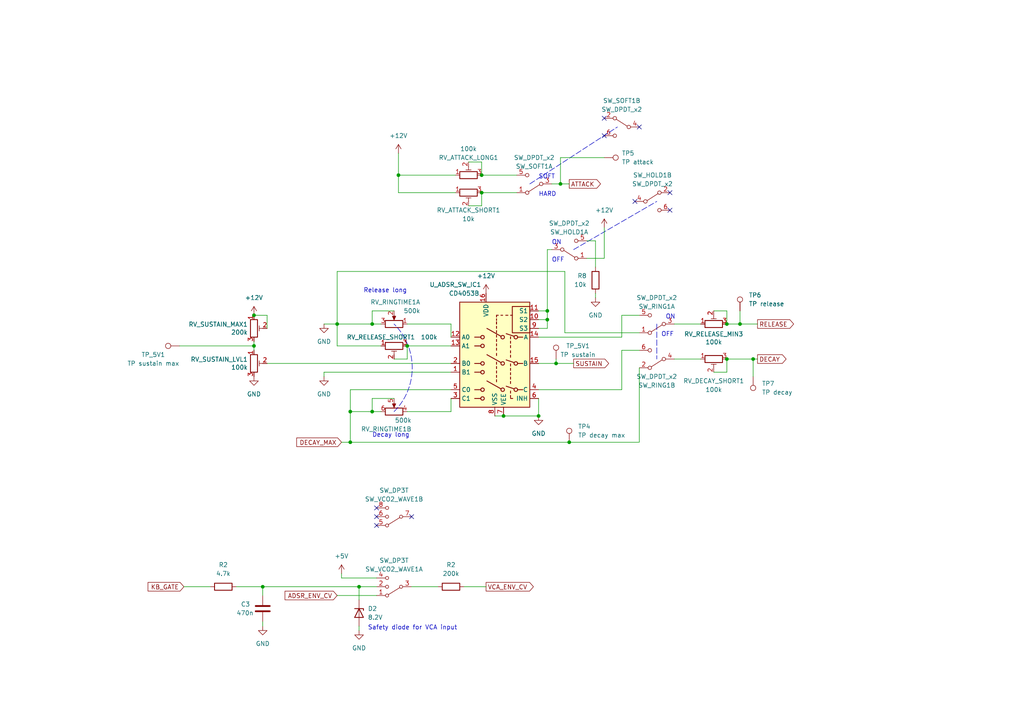
<source format=kicad_sch>
(kicad_sch (version 20231120) (generator "eeschema") (generator_version "8.0")
  (paper "A4")
  (lib_symbols
    (symbol "+12V_1" (power) (pin_names (offset 0))
      (property "Value" "+12V_1" (at 0 3.556 0))
      (symbol "+12V_1_0_1"
        (polyline (pts (xy -0.762 1.27) (xy 0 2.54)))
        (polyline (pts (xy 0 0) (xy 0 2.54)))
        (polyline (pts (xy 0 2.54) (xy 0.762 1.27)))
      )
      (symbol "+12V_1_1_1"
        (pin power_in line (at 0 0 90) (length 0) hide (name "+12V") (number "1"))
      )
    )
    (symbol "+12V_2" (power) (pin_names (offset 0))
      (property "Value" "+12V_2" (at 0 3.556 0))
      (symbol "+12V_2_0_1"
        (polyline (pts (xy -0.762 1.27) (xy 0 2.54)))
        (polyline (pts (xy 0 0) (xy 0 2.54)))
        (polyline (pts (xy 0 2.54) (xy 0.762 1.27)))
      )
      (symbol "+12V_2_1_1"
        (pin power_in line (at 0 0 90) (length 0) hide (name "+12V") (number "1"))
      )
    )
    (symbol "Analog_Switch:CD4053B"
      (property "Reference" "U" (at -10.16 16.51 0))
      (property "Value" "CD4053B" (at 3.81 16.51 0))
      (symbol "CD4053B_0_1"
        (rectangle (start -10.16 6.35) (end -5.08 13.97) (stroke (width 0.254)))
        (rectangle (start -10.16 15.24) (end 10.16 -15.24) (stroke (width 0.254)) (fill (type background)))
        (circle (center -6.096 -10.16) (radius 0.508) (stroke (width 0.254)))
        (circle (center -6.096 -2.54) (radius 0.508) (stroke (width 0.254)))
        (circle (center -6.096 5.08) (radius 0.508) (stroke (width 0.254)))
        (circle (center -2.286 -10.16) (radius 0.508) (stroke (width 0.254)))
        (circle (center -2.286 -2.54) (radius 0.508) (stroke (width 0.254)))
        (circle (center -2.286 5.08) (radius 0.508) (stroke (width 0.254)))
        (polyline (pts (xy -8.128 -10.16) (xy -6.604 -10.16)) (stroke (width 0.254)))
        (polyline (pts (xy -8.128 -2.54) (xy -6.604 -2.54)) (stroke (width 0.254)))
        (polyline (pts (xy -8.128 5.08) (xy -6.604 5.08)) (stroke (width 0.254)))
        (polyline (pts (xy -5.588 -9.906) (xy -3.302 -9.144)) (stroke (width 0.254)))
        (polyline (pts (xy -5.588 -2.286) (xy -3.302 -1.524)) (stroke (width 0.254)))
        (polyline (pts (xy -5.588 5.334) (xy -3.302 6.096)) (stroke (width 0.254)))
        (polyline (pts (xy -4.572 -12.7) (xy -5.207 -12.7)) (stroke (width 0.254)))
        (polyline (pts (xy -4.572 -12.446) (xy -4.572 -11.811)) (stroke (width 0.254)))
        (polyline (pts (xy -4.572 -11.176) (xy -4.572 -10.541)) (stroke (width 0.254)))
        (polyline (pts (xy -4.572 -8.382) (xy -4.572 -7.747)) (stroke (width 0.254)))
        (polyline (pts (xy -4.572 -7.112) (xy -4.572 -6.477)) (stroke (width 0.254)))
        (polyline (pts (xy -4.572 -5.842) (xy -4.572 -5.207)) (stroke (width 0.254)))
        (polyline (pts (xy -4.572 -4.572) (xy -4.572 -3.937)) (stroke (width 0.254)))
        (polyline (pts (xy -4.572 -3.302) (xy -4.572 -2.667)) (stroke (width 0.254)))
        (polyline (pts (xy -4.572 -0.762) (xy -4.572 -0.127)) (stroke (width 0.254)))
        (polyline (pts (xy -4.572 0.508) (xy -4.572 1.143)) (stroke (width 0.254)))
        (polyline (pts (xy -4.572 2.032) (xy -4.572 2.667)) (stroke (width 0.254)))
        (polyline (pts (xy -4.572 3.302) (xy -4.572 3.937)) (stroke (width 0.254)))
        (polyline (pts (xy -4.572 4.572) (xy -4.572 5.207)) (stroke (width 0.254)))
        (polyline (pts (xy -4.572 11.43) (xy -5.08 11.43)) (stroke (width 0.254)))
        (polyline (pts (xy -3.81 11.43) (xy -3.175 11.43)) (stroke (width 0.254)))
        (polyline (pts (xy -1.778 -9.906) (xy 2.286 -7.62)) (stroke (width 0.254)))
        (polyline (pts (xy -1.778 -2.286) (xy 2.286 0)) (stroke (width 0.254)))
        (polyline (pts (xy -1.778 5.334) (xy 2.286 7.62)) (stroke (width 0.254)))
        (polyline (pts (xy -1.778 11.43) (xy -2.286 11.43)) (stroke (width 0.254)))
        (polyline (pts (xy -0.508 -7.874) (xy -0.508 -7.239)) (stroke (width 0.254)))
        (polyline (pts (xy -0.508 -6.604) (xy -0.508 -5.969)) (stroke (width 0.254)))
        (polyline (pts (xy -0.508 -5.334) (xy -0.508 -4.699)) (stroke (width 0.254)))
        (polyline (pts (xy -0.508 -4.064) (xy -0.508 -3.429)) (stroke (width 0.254)))
        (polyline (pts (xy -0.508 -2.794) (xy -0.508 -2.159)) (stroke (width 0.254)))
        (polyline (pts (xy -0.508 -0.254) (xy -0.508 0.381)) (stroke (width 0.254)))
        (polyline (pts (xy -0.508 1.27) (xy -0.508 1.905)) (stroke (width 0.254)))
        (polyline (pts (xy -0.508 2.54) (xy -0.508 3.175)) (stroke (width 0.254)))
        (polyline (pts (xy -0.508 3.81) (xy -0.508 4.445)) (stroke (width 0.254)))
        (polyline (pts (xy -0.508 5.08) (xy -0.508 5.715)) (stroke (width 0.254)))
        (polyline (pts (xy -0.508 6.35) (xy -0.508 6.985)) (stroke (width 0.254)))
        (polyline (pts (xy -0.508 7.62) (xy -0.508 8.255)) (stroke (width 0.254)))
        (polyline (pts (xy -0.508 8.89) (xy -0.508 9.398)) (stroke (width 0.254)))
        (polyline (pts (xy -0.508 8.89) (xy -0.508 9.525)) (stroke (width 0.254)))
        (polyline (pts (xy -0.508 9.906) (xy -0.508 10.414)) (stroke (width 0.254)))
        (polyline (pts (xy -0.508 10.922) (xy -0.508 11.43)) (stroke (width 0.254)))
        (polyline (pts (xy -0.508 11.43) (xy -1.016 11.43)) (stroke (width 0.254)))
        (polyline (pts (xy 4.064 -12.7) (xy 5.842 -12.7)) (stroke (width 0.254)))
        (polyline (pts (xy 4.064 -10.16) (xy 5.842 -10.16)) (stroke (width 0.254)))
        (polyline (pts (xy 4.064 -5.08) (xy 5.842 -5.08)) (stroke (width 0.254)))
        (polyline (pts (xy 4.064 -2.54) (xy 5.842 -2.54)) (stroke (width 0.254)))
        (polyline (pts (xy 4.064 2.54) (xy 5.842 2.54)) (stroke (width 0.254)))
        (polyline (pts (xy 4.064 5.08) (xy 5.842 5.08)) (stroke (width 0.254)))
        (circle (center 3.556 -12.7) (radius 0.508) (stroke (width 0.254)))
        (circle (center 3.556 -10.16) (radius 0.508) (stroke (width 0.254)))
        (circle (center 3.556 -5.08) (radius 0.508) (stroke (width 0.254)))
        (circle (center 3.556 -2.54) (radius 0.508) (stroke (width 0.254)))
        (circle (center 3.556 2.54) (radius 0.508) (stroke (width 0.254)))
        (circle (center 3.556 5.08) (radius 0.508) (stroke (width 0.254)))
      )
      (symbol "CD4053B_1_1"
        (pin bidirectional line (at 12.7 -5.08 180) (length 2.54) (name "B1") (number "1"))
        (pin input line (at -12.7 10.16 0) (length 2.54) (name "S2") (number "10"))
        (pin input line (at -12.7 12.7 0) (length 2.54) (name "S1") (number "11"))
        (pin bidirectional line (at 12.7 5.08 180) (length 2.54) (name "A0") (number "12"))
        (pin bidirectional line (at 12.7 2.54 180) (length 2.54) (name "A1") (number "13"))
        (pin bidirectional line (at -12.7 5.08 0) (length 2.54) (name "A") (number "14"))
        (pin bidirectional line (at -12.7 -2.54 0) (length 2.54) (name "B") (number "15"))
        (pin power_in line (at 2.54 17.78 270) (length 2.54) (name "VDD") (number "16"))
        (pin bidirectional line (at 12.7 -2.54 180) (length 2.54) (name "B0") (number "2"))
        (pin bidirectional line (at 12.7 -12.7 180) (length 2.54) (name "C1") (number "3"))
        (pin bidirectional line (at -12.7 -10.16 0) (length 2.54) (name "C") (number "4"))
        (pin bidirectional line (at 12.7 -10.16 180) (length 2.54) (name "C0") (number "5"))
        (pin input line (at -12.7 -12.7 0) (length 2.54) (name "INH") (number "6"))
        (pin power_in line (at -2.54 -17.78 90) (length 2.54) (name "VEE") (number "7"))
        (pin power_in line (at 0 -17.78 90) (length 2.54) (name "VSS") (number "8"))
        (pin input line (at -12.7 7.62 0) (length 2.54) (name "S3") (number "9"))
      )
    )
    (symbol "Connector:TestPoint" (pin_numbers hide) (pin_names (offset 0.762) hide)
      (property "Reference" "TP" (at 0 6.858 0))
      (property "Value" "TestPoint" (at 0 5.08 0))
      (symbol "TestPoint_0_1"
        (circle (center 0 3.302) (radius 0.762))
      )
      (symbol "TestPoint_1_1"
        (pin passive line (at 0 0 90) (length 2.54) (name "1") (number "1"))
      )
    )
    (symbol "Device:C" (pin_numbers hide) (pin_names (offset 0.254))
      (property "Reference" "C" (at 0.635 2.54 0))
      (property "Value" "C" (at 0.635 -2.54 0))
      (symbol "C_0_1"
        (polyline (pts (xy -2.032 -0.762) (xy 2.032 -0.762)) (stroke (width 0.508)))
        (polyline (pts (xy -2.032 0.762) (xy 2.032 0.762)) (stroke (width 0.508)))
      )
      (symbol "C_1_1"
        (pin passive line (at 0 3.81 270) (length 2.794) (name "~") (number "1"))
        (pin passive line (at 0 -3.81 90) (length 2.794) (name "~") (number "2"))
      )
    )
    (symbol "Device:D_Zener" (pin_numbers hide) (pin_names (offset 1.016) hide)
      (property "Reference" "D" (at 0 2.54 0))
      (property "Value" "D_Zener" (at 0 -2.54 0))
      (symbol "D_Zener_0_1"
        (polyline (pts (xy 1.27 0) (xy -1.27 0)))
        (polyline (pts (xy -1.27 -1.27) (xy -1.27 1.27) (xy -0.762 1.27)) (stroke (width 0.254)))
        (polyline (pts (xy 1.27 -1.27) (xy 1.27 1.27) (xy -1.27 0) (xy 1.27 -1.27)) (stroke (width 0.254)))
      )
      (symbol "D_Zener_1_1"
        (pin passive line (at -3.81 0 0) (length 2.54) (name "K") (number "1"))
        (pin passive line (at 3.81 0 180) (length 2.54) (name "A") (number "2"))
      )
    )
    (symbol "Device:R" (pin_numbers hide) (pin_names (offset 0))
      (property "Reference" "R" (at 2.032 0 90))
      (property "Value" "R" (at 0 0 90))
      (symbol "R_0_1"
        (rectangle (start -1.016 -2.54) (end 1.016 2.54) (stroke (width 0.254)))
      )
      (symbol "R_1_1"
        (pin passive line (at 0 3.81 270) (length 1.27) (name "~") (number "1"))
        (pin passive line (at 0 -3.81 90) (length 1.27) (name "~") (number "2"))
      )
    )
    (symbol "Device:R_Potentiometer_Dual_Separate" (pin_names (offset 1.016) hide)
      (property "Reference" "RV" (at -4.445 0 90))
      (property "Value" "R_Potentiometer_Dual_Separate" (at -2.54 0 90))
      (symbol "R_Potentiometer_Dual_Separate_0_1"
        (polyline (pts (xy 2.54 0) (xy 1.524 0)))
        (polyline (pts (xy 1.143 0) (xy 2.286 0.508) (xy 2.286 -0.508) (xy 1.143 0)) (fill (type outline)))
        (rectangle (start 1.016 2.54) (end -1.016 -2.54) (stroke (width 0.254)))
      )
      (symbol "R_Potentiometer_Dual_Separate_1_1"
        (pin passive line (at 0 3.81 270) (length 1.27) (name "1") (number "1"))
        (pin passive line (at 3.81 0 180) (length 1.27) (name "2") (number "2"))
        (pin passive line (at 0 -3.81 90) (length 1.27) (name "3") (number "3"))
      )
      (symbol "R_Potentiometer_Dual_Separate_2_1"
        (pin passive line (at 0 3.81 270) (length 1.27) (name "4") (number "4"))
        (pin passive line (at 3.81 0 180) (length 1.27) (name "5") (number "5"))
        (pin passive line (at 0 -3.81 90) (length 1.27) (name "6") (number "6"))
      )
    )
    (symbol "Device:R_Potentiometer_Trim" (pin_names (offset 1.016) hide)
      (property "Reference" "RV" (at -4.445 0 90))
      (property "Value" "R_Potentiometer_Trim" (at -2.54 0 90))
      (symbol "R_Potentiometer_Trim_0_1"
        (polyline (pts (xy 1.524 0.762) (xy 1.524 -0.762)))
        (polyline (pts (xy 2.54 0) (xy 1.524 0)))
        (rectangle (start 1.016 2.54) (end -1.016 -2.54) (stroke (width 0.254)))
      )
      (symbol "R_Potentiometer_Trim_1_1"
        (pin passive line (at 0 3.81 270) (length 1.27) (name "1") (number "1"))
        (pin passive line (at 3.81 0 180) (length 1.27) (name "2") (number "2"))
        (pin passive line (at 0 -3.81 90) (length 1.27) (name "3") (number "3"))
      )
    )
    (symbol "GND_1" (power) (pin_names (offset 0))
      (property "Value" "GND_1" (at 0 -3.81 0))
      (symbol "GND_1_0_1"
        (polyline (pts (xy 0 0) (xy 0 -1.27) (xy 1.27 -1.27) (xy 0 -2.54) (xy -1.27 -1.27) (xy 0 -1.27)))
      )
      (symbol "GND_1_1_1"
        (pin power_in line (at 0 0 270) (length 0) hide (name "GND") (number "1"))
      )
    )
    (symbol "GND_2" (power) (pin_names (offset 0))
      (property "Value" "GND_2" (at 0 -3.81 0))
      (symbol "GND_2_0_1"
        (polyline (pts (xy 0 0) (xy 0 -1.27) (xy 1.27 -1.27) (xy 0 -2.54) (xy -1.27 -1.27) (xy 0 -1.27)))
      )
      (symbol "GND_2_1_1"
        (pin power_in line (at 0 0 270) (length 0) hide (name "GND") (number "1"))
      )
    )
    (symbol "Shmoergh-Custom-Components:SW_DPDT_x2" (pin_names (offset 0) hide)
      (property "Reference" "SW" (at 0 4.318 0))
      (property "Value" "SW_DPDT_x2" (at 0 -5.08 0))
      (symbol "SW_DPDT_x2_0_0"
        (circle (center -2.032 0) (radius 0.508))
        (circle (center 2.032 -2.54) (radius 0.508))
      )
      (symbol "SW_DPDT_x2_0_1"
        (polyline (pts (xy -1.524 0.254) (xy 1.651 2.286)))
        (circle (center 2.032 2.54) (radius 0.508))
      )
      (symbol "SW_DPDT_x2_1_1"
        (pin passive line (at 5.08 2.54 180) (length 2.54) (name "A") (number "1"))
        (pin passive line (at -5.08 0 0) (length 2.54) (name "B") (number "3"))
        (pin passive line (at 5.08 -2.54 180) (length 2.54) (name "C") (number "5"))
      )
      (symbol "SW_DPDT_x2_2_1"
        (pin passive line (at 5.08 2.54 180) (length 2.54) (name "A") (number "2"))
        (pin passive line (at -5.08 0 0) (length 2.54) (name "B") (number "4"))
        (pin passive line (at 5.08 -2.54 180) (length 2.54) (name "C") (number "6"))
      )
    )
    (symbol "Switch:SW_DP3T" (pin_names (offset 0) hide)
      (property "Reference" "SW" (at 0 5.08 0))
      (property "Value" "SW_DP3T" (at 0 -5.08 0))
      (symbol "SW_DP3T_0_1"
        (circle (center -2.032 0) (radius 0.4572))
        (polyline (pts (xy -1.651 0.254) (xy 1.651 2.286)))
        (circle (center 2.032 -2.54) (radius 0.4572))
        (circle (center 2.032 0) (radius 0.4572))
        (circle (center 2.032 2.54) (radius 0.4572))
      )
      (symbol "SW_DP3T_1_1"
        (pin passive line (at 5.08 2.54 180) (length 2.54) (name "1") (number "1"))
        (pin passive line (at 5.08 0 180) (length 2.54) (name "2") (number "2"))
        (pin passive line (at -5.08 0 0) (length 2.54) (name "3") (number "3"))
        (pin passive line (at 5.08 -2.54 180) (length 2.54) (name "4") (number "4"))
      )
      (symbol "SW_DP3T_2_1"
        (pin passive line (at 5.08 2.54 180) (length 2.54) (name "5") (number "5"))
        (pin passive line (at 5.08 0 180) (length 2.54) (name "6") (number "6"))
        (pin passive line (at -5.08 0 0) (length 2.54) (name "7") (number "7"))
        (pin passive line (at 5.08 -2.54 180) (length 2.54) (name "8") (number "8"))
      )
    )
    (symbol "power:+5V" (power) (pin_names (offset 0))
      (property "Value" "+5V" (at 0 3.556 0))
      (symbol "+5V_0_1"
        (polyline (pts (xy -0.762 1.27) (xy 0 2.54)))
        (polyline (pts (xy 0 0) (xy 0 2.54)))
        (polyline (pts (xy 0 2.54) (xy 0.762 1.27)))
      )
      (symbol "+5V_1_1"
        (pin power_in line (at 0 0 90) (length 0) hide (name "+5V") (number "1"))
      )
    )
    (symbol "power:GND" (power) (pin_names (offset 0))
      (property "Value" "GND" (at 0 -3.81 0))
      (symbol "GND_0_1"
        (polyline (pts (xy 0 0) (xy 0 -1.27) (xy 1.27 -1.27) (xy 0 -2.54) (xy -1.27 -1.27) (xy 0 -1.27)))
      )
      (symbol "GND_1_1"
        (pin power_in line (at 0 0 270) (length 0) hide (name "GND") (number "1"))
      )
    )
  )
  (junction (at 162.56 53.34))
  (junction (at 161.29 105.41))
  (junction (at 218.44 104.14))
  (junction (at 104.14 170.18))
  (junction (at 101.6 119.38))
  (junction (at 107.95 119.38))
  (junction (at 214.63 93.98))
  (junction (at 97.79 93.98))
  (junction (at 73.66 100.33))
  (junction (at 210.82 104.14))
  (junction (at 158.75 92.71))
  (junction (at 158.75 90.17))
  (junction (at 76.2 170.18))
  (junction (at 210.82 93.98))
  (junction (at 165.1 128.27))
  (junction (at 146.05 120.65))
  (junction (at 107.95 93.98))
  (junction (at 101.6 128.27))
  (junction (at 156.21 120.65))
  (junction (at 73.66 91.44))
  (junction (at 139.7 55.88))
  (junction (at 118.11 100.33))
  (junction (at 139.7 50.8))
  (junction (at 115.57 50.8))
  (no_connect (at 194.31 55.88))
  (no_connect (at 109.22 152.4))
  (no_connect (at 119.38 149.86))
  (no_connect (at 175.26 39.37))
  (no_connect (at 185.42 36.83))
  (no_connect (at 194.31 60.96))
  (no_connect (at 109.22 147.32))
  (no_connect (at 184.15 58.42))
  (no_connect (at 175.26 34.29))
  (no_connect (at 109.22 149.86))
  (wire (pts (xy 135.89 59.69) (xy 139.7 59.69)))
  (wire (pts (xy 115.57 55.88) (xy 132.08 55.88)))
  (wire (pts (xy 185.42 128.27) (xy 185.42 106.68)))
  (wire (pts (xy 160.02 72.39) (xy 158.75 72.39)))
  (wire (pts (xy 130.81 119.38) (xy 130.81 115.57)))
  (wire (pts (xy 73.66 99.06) (xy 73.66 100.33)))
  (wire (pts (xy 114.3 115.57) (xy 107.95 115.57)))
  (wire (pts (xy 203.2 104.14) (xy 195.58 104.14)))
  (wire (pts (xy 172.72 69.85) (xy 172.72 77.47)))
  (wire (pts (xy 101.6 128.27) (xy 165.1 128.27)))
  (wire (pts (xy 76.2 181.61) (xy 76.2 180.34)))
  (wire (pts (xy 214.63 93.98) (xy 210.82 93.98)))
  (wire (pts (xy 180.34 91.44) (xy 185.42 91.44)))
  (wire (pts (xy 156.21 120.65) (xy 146.05 120.65)))
  (wire (pts (xy 180.34 101.6) (xy 185.42 101.6)))
  (wire (pts (xy 161.29 104.14) (xy 161.29 105.41)))
  (polyline (pts (xy 190.5 93.98) (xy 190.5 104.14)) (stroke (width 0) (type dash)))
  (wire (pts (xy 175.26 66.04) (xy 175.26 74.93)))
  (polyline (pts (xy 153.67 53.34) (xy 179.07 36.83)) (stroke (width 0) (type dash)))
  (wire (pts (xy 53.34 170.18) (xy 60.96 170.18)))
  (wire (pts (xy 165.1 128.27) (xy 185.42 128.27)))
  (wire (pts (xy 175.26 45.72) (xy 162.56 45.72)))
  (wire (pts (xy 101.6 119.38) (xy 101.6 113.03)))
  (wire (pts (xy 99.06 128.27) (xy 101.6 128.27)))
  (wire (pts (xy 107.95 90.17) (xy 107.95 93.98)))
  (wire (pts (xy 97.79 100.33) (xy 97.79 93.98)))
  (wire (pts (xy 104.14 170.18) (xy 109.22 170.18)))
  (wire (pts (xy 180.34 97.79) (xy 180.34 91.44)))
  (wire (pts (xy 158.75 90.17) (xy 156.21 90.17)))
  (wire (pts (xy 135.89 46.99) (xy 139.7 46.99)))
  (wire (pts (xy 210.82 90.17) (xy 210.82 93.98)))
  (wire (pts (xy 172.72 85.09) (xy 172.72 86.36)))
  (wire (pts (xy 134.62 170.18) (xy 140.97 170.18)))
  (wire (pts (xy 156.21 95.25) (xy 158.75 95.25)))
  (wire (pts (xy 119.38 170.18) (xy 127 170.18)))
  (wire (pts (xy 210.82 104.14) (xy 218.44 104.14)))
  (wire (pts (xy 207.01 90.17) (xy 210.82 90.17)))
  (wire (pts (xy 139.7 59.69) (xy 139.7 55.88)))
  (wire (pts (xy 118.11 119.38) (xy 130.81 119.38)))
  (wire (pts (xy 166.37 105.41) (xy 161.29 105.41)))
  (wire (pts (xy 115.57 50.8) (xy 115.57 55.88)))
  (wire (pts (xy 114.3 104.14) (xy 118.11 104.14)))
  (wire (pts (xy 110.49 119.38) (xy 107.95 119.38)))
  (wire (pts (xy 77.47 95.25) (xy 77.47 91.44)))
  (wire (pts (xy 93.98 107.95) (xy 130.81 107.95)))
  (wire (pts (xy 214.63 90.17) (xy 214.63 93.98)))
  (wire (pts (xy 97.79 93.98) (xy 107.95 93.98)))
  (wire (pts (xy 77.47 105.41) (xy 130.81 105.41)))
  (wire (pts (xy 76.2 170.18) (xy 104.14 170.18)))
  (wire (pts (xy 104.14 170.18) (xy 104.14 173.99)))
  (wire (pts (xy 114.3 90.17) (xy 107.95 90.17)))
  (wire (pts (xy 156.21 113.03) (xy 180.34 113.03)))
  (wire (pts (xy 99.06 167.64) (xy 109.22 167.64)))
  (wire (pts (xy 115.57 44.45) (xy 115.57 50.8)))
  (wire (pts (xy 158.75 72.39) (xy 158.75 90.17)))
  (wire (pts (xy 118.11 93.98) (xy 130.81 93.98)))
  (wire (pts (xy 158.75 92.71) (xy 158.75 90.17)))
  (wire (pts (xy 163.83 78.74) (xy 163.83 96.52)))
  (wire (pts (xy 161.29 105.41) (xy 156.21 105.41)))
  (wire (pts (xy 165.1 53.34) (xy 162.56 53.34)))
  (wire (pts (xy 115.57 50.8) (xy 132.08 50.8)))
  (wire (pts (xy 52.07 100.33) (xy 73.66 100.33)))
  (wire (pts (xy 101.6 113.03) (xy 130.81 113.03)))
  (wire (pts (xy 97.79 78.74) (xy 163.83 78.74)))
  (wire (pts (xy 175.26 74.93) (xy 170.18 74.93)))
  (wire (pts (xy 156.21 97.79) (xy 180.34 97.79)))
  (wire (pts (xy 170.18 69.85) (xy 172.72 69.85)))
  (wire (pts (xy 156.21 115.57) (xy 156.21 120.65)))
  (wire (pts (xy 163.83 96.52) (xy 185.42 96.52)))
  (wire (pts (xy 139.7 46.99) (xy 139.7 50.8)))
  (wire (pts (xy 97.79 172.72) (xy 109.22 172.72)))
  (wire (pts (xy 93.98 109.22) (xy 93.98 107.95)))
  (wire (pts (xy 97.79 93.98) (xy 97.79 78.74)))
  (wire (pts (xy 68.58 170.18) (xy 76.2 170.18)))
  (wire (pts (xy 118.11 104.14) (xy 118.11 100.33)))
  (wire (pts (xy 218.44 104.14) (xy 219.71 104.14)))
  (wire (pts (xy 77.47 91.44) (xy 73.66 91.44)))
  (wire (pts (xy 218.44 104.14) (xy 218.44 109.22)))
  (wire (pts (xy 130.81 93.98) (xy 130.81 97.79)))
  (wire (pts (xy 180.34 113.03) (xy 180.34 101.6)))
  (wire (pts (xy 107.95 93.98) (xy 110.49 93.98)))
  (wire (pts (xy 156.21 92.71) (xy 158.75 92.71)))
  (wire (pts (xy 76.2 170.18) (xy 76.2 172.72)))
  (wire (pts (xy 107.95 119.38) (xy 101.6 119.38)))
  (wire (pts (xy 162.56 45.72) (xy 162.56 53.34)))
  (wire (pts (xy 118.11 100.33) (xy 130.81 100.33)))
  (wire (pts (xy 149.86 50.8) (xy 139.7 50.8)))
  (wire (pts (xy 99.06 167.64) (xy 99.06 166.37)))
  (wire (pts (xy 104.14 182.88) (xy 104.14 181.61)))
  (wire (pts (xy 93.98 93.98) (xy 97.79 93.98)))
  (wire (pts (xy 207.01 107.95) (xy 210.82 107.95)))
  (wire (pts (xy 195.58 93.98) (xy 203.2 93.98)))
  (wire (pts (xy 219.71 93.98) (xy 214.63 93.98)))
  (wire (pts (xy 110.49 100.33) (xy 97.79 100.33)))
  (wire (pts (xy 107.95 115.57) (xy 107.95 119.38)))
  (wire (pts (xy 146.05 120.65) (xy 143.51 120.65)))
  (wire (pts (xy 73.66 100.33) (xy 73.66 101.6)))
  (wire (pts (xy 210.82 107.95) (xy 210.82 104.14)))
  (polyline (pts (xy 166.37 72.39) (xy 190.5 58.42)) (stroke (width 0) (type dash)))
  (wire (pts (xy 162.56 53.34) (xy 160.02 53.34)))
  (wire (pts (xy 139.7 55.88) (xy 149.86 55.88)))
  (wire (pts (xy 101.6 119.38) (xy 101.6 128.27)))
  (wire (pts (xy 158.75 95.25) (xy 158.75 92.71)))
  (arc (start 114.3 93.98) (mid 119.5605 106.68) (end 114.3 119.38) (stroke (width 0) (type dash)))
  (text "Release long" (at 105.41 85.09 0) (effects (font (size 1.27 1.27)) (justify left bottom)))
  (text "HARD" (at 156.21 57.15 0) (effects (font (size 1.27 1.27)) (justify left bottom)))
  (text "SOFT" (at 156.21 52.07 0) (effects (font (size 1.27 1.27)) (justify left bottom)))
  (text "ON" (at 160.02 71.12 0) (effects (font (size 1.27 1.27)) (justify left bottom)))
  (text "OFF" (at 191.77 97.79 0) (effects (font (size 1.27 1.27)) (justify left bottom)))
  (text "ON" (at 193.04 92.71 0) (effects (font (size 1.27 1.27)) (justify left bottom)))
  (text "OFF" (at 160.02 76.2 0) (effects (font (size 1.27 1.27)) (justify left bottom)))
  (text "Decay long" (at 107.95 127 0) (effects (font (size 1.27 1.27)) (justify left bottom)))
  (text "Safety diode for VCA input" (at 106.68 182.88 0) (effects (font (size 1.27 1.27)) (justify left bottom)))
  (global_label "ATTACK" (shape output) (at 165.1 53.34 0) (property "Intersheetrefs" "${INTERSHEET_REFS}" (effects (hide yes))))
  (global_label "VCA_ENV_CV" (shape output) (at 140.97 170.18 0) (property "Intersheetrefs" "${INTERSHEET_REFS}" (effects (hide yes))))
  (global_label "RELEASE" (shape output) (at 219.71 93.98 0) (property "Intersheetrefs" "${INTERSHEET_REFS}" (effects (hide yes))))
  (global_label "SUSTAIN" (shape output) (at 166.37 105.41 0) (property "Intersheetrefs" "${INTERSHEET_REFS}" (effects (hide yes))))
  (global_label "DECAY" (shape output) (at 219.71 104.14 0) (property "Intersheetrefs" "${INTERSHEET_REFS}" (effects (hide yes))))
  (global_label "ADSR_ENV_CV" (shape input) (at 97.79 172.72 180) (property "Intersheetrefs" "${INTERSHEET_REFS}" (effects (hide yes))))
  (global_label "KB_GATE" (shape input) (at 53.34 170.18 180) (property "Intersheetrefs" "${INTERSHEET_REFS}" (effects (hide yes))))
  (global_label "DECAY_MAX" (shape input) (at 99.06 128.27 180) (property "Intersheetrefs" "${INTERSHEET_REFS}" (effects (hide yes))))
  (symbol (lib_id "Device:R") (at 172.72 81.28 0) (mirror y) (unit 1)
    (property "Reference" "R8" (at 170.18 80.01 0) (effects (justify left)))
    (property "Value" "10k" (at 170.18 82.55 0) (effects (justify left)))
    (property "Footprint" "Shmoergh_Custom_Footprints:R_Axial_DIN0207_L6.3mm_D2.5mm_P7.62mm_Horizontal" (effects (hide yes)))
    (instances (project "ui-rev-3" (path "" (reference "R8") (unit 1)) (path "" (reference "R9") (unit 1)) (path "" (reference "R51") (unit 1))))
  )
  (symbol (lib_id "Device:R_Potentiometer_Trim") (at 73.66 95.25 0) (unit 1)
    (property "Reference" "RV_SUSTAIN_MAX1" (at 71.882 94.0816 0) (effects (justify right)))
    (property "Value" "200k" (at 71.882 96.393 0) (effects (justify right)))
    (property "Footprint" "Potentiometer_THT:Potentiometer_Runtron_RM-065_Vertical" (effects (hide yes)))
  )
  (symbol (lib_id "Shmoergh-Custom-Components:SW_DPDT_x2") (at 189.23 58.42 0) (unit 2)
    (property "Reference" "SW_HOLD1" (at 189.23 50.8 0))
    (property "Value" "SW_DPDT_x2" (at 189.23 53.34 0))
    (property "Footprint" "Shmoergh_Custom_Footprints:DPDT Korg Style Switch" (effects (hide yes)))
  )
  (symbol (lib_name "+12V_2") (lib_id "power:+12V") (at 175.26 66.04 0) (unit 1)
    (property "Reference" "#PWR018" (effects (hide yes)))
    (property "Value" "+12V" (at 175.26 60.96 0))
  )
  (symbol (lib_id "Connector:TestPoint") (at 161.29 104.14 0) (unit 1)
    (property "Reference" "TP_5V1" (at 167.64 100.33 0))
    (property "Value" "TP sustain" (at 167.64 102.87 0))
    (property "Footprint" "TestPoint:TestPoint_THTPad_2.0x2.0mm_Drill1.0mm" (effects (hide yes)))
    (instances (project "hog-f1-voice" (path "" (reference "TP_5V1") (unit 1))) (project "ui-rev-3" (path "" (reference "TP_5V1") (unit 1)) (path "" (reference "TP1") (unit 1)) (path "" (reference "TP3") (unit 1))))
  )
  (symbol (lib_id "Connector:TestPoint") (at 218.44 109.22 180) (unit 1)
    (property "Reference" "TP7" (at 220.98 111.252 0) (effects (justify right)))
    (property "Value" "TP decay" (at 220.98 113.792 0) (effects (justify right)))
    (property "Footprint" "TestPoint:TestPoint_THTPad_2.0x2.0mm_Drill1.0mm" (effects (hide yes)))
  )
  (symbol (lib_id "Device:R_Potentiometer_Trim") (at 207.01 93.98 90) (unit 1)
    (property "Reference" "RV_RELEASE_MIN3" (at 207.01 96.901 90))
    (property "Value" "100k" (at 207.01 99.2124 90))
    (property "Footprint" "Potentiometer_THT:Potentiometer_Runtron_RM-065_Vertical" (effects (hide yes)))
    (instances (project "hog-f1-router" (path "" (reference "RV_RELEASE_MIN3") (unit 1))) (project "ui-rev-3" (path "" (reference "RV_RELEASE_MIN1") (unit 1))))
  )
  (symbol (lib_id "Device:R_Potentiometer_Trim") (at 207.01 104.14 90) (mirror x) (unit 1)
    (property "Reference" "RV_DECAY_SHORT1" (at 207.01 110.49 90))
    (property "Value" "100k" (at 207.01 113.03 90))
    (property "Footprint" "Potentiometer_THT:Potentiometer_Runtron_RM-065_Vertical" (effects (hide yes)))
  )
  (symbol (lib_id "Device:R_Potentiometer_Trim") (at 114.3 100.33 90) (mirror x) (unit 1)
    (property "Reference" "RV_RELEASE_SHORT1" (at 110.49 97.79 90))
    (property "Value" "100k" (at 124.46 97.79 90))
    (property "Footprint" "Potentiometer_THT:Potentiometer_Runtron_RM-065_Vertical" (effects (hide yes)))
  )
  (symbol (lib_id "Shmoergh-Custom-Components:SW_DPDT_x2") (at 190.5 93.98 180) (unit 1)
    (property "Reference" "SW_RING1" (at 190.5 88.9 0))
    (property "Value" "SW_DPDT_x2" (at 190.5 86.36 0))
    (property "Footprint" "Shmoergh_Custom_Footprints:DPDT Korg Style Switch" (effects (hide yes)))
  )
  (symbol (lib_id "Connector:TestPoint") (at 165.1 128.27 0) (unit 1)
    (property "Reference" "TP4" (at 167.64 123.698 0) (effects (justify left)))
    (property "Value" "TP decay max" (at 167.64 126.238 0) (effects (justify left)))
    (property "Footprint" "TestPoint:TestPoint_THTPad_2.0x2.0mm_Drill1.0mm" (effects (hide yes)))
  )
  (symbol (lib_id "Switch:SW_DP3T") (at 114.3 149.86 180) (unit 2)
    (property "Reference" "SW_VCO2_WAVE1" (at 114.3 144.78 0))
    (property "Value" "SW_DP3T" (at 114.3 142.24 0))
    (property "Footprint" "Shmoergh_Custom_Footprints:DP3T Korg Style Switch" (effects (hide yes)))
    (instances (project "ui-rev-3" (path "" (reference "SW_VCO2_WAVE1") (unit 2)) (path "" (reference "SW_PLAYGROUND_LVL1") (unit 2)) (path "" (reference "SW_VCO2_WAVE1") (unit 2)) (path "" (reference "SW_GATE_ADSR1") (unit 2))))
  )
  (symbol (lib_id "Device:R_Potentiometer_Trim") (at 73.66 105.41 0) (unit 1)
    (property "Reference" "RV_SUSTAIN_LVL1" (at 71.882 104.2416 0) (effects (justify right)))
    (property "Value" "100k" (at 71.882 106.553 0) (effects (justify right)))
    (property "Footprint" "Potentiometer_THT:Potentiometer_Runtron_RM-065_Vertical" (effects (hide yes)))
  )
  (symbol (lib_id "Analog_Switch:CD4053B") (at 143.51 102.87 0) (mirror y) (unit 1)
    (property "Reference" "U_ADSR_SW_IC1" (at 132.08 82.55 0))
    (property "Value" "CD4053B" (at 134.62 85.09 0))
    (property "Footprint" "Package_DIP:DIP-16_W7.62mm" (effects (hide yes)))
    (property "Datasheet" "http://www.ti.com/lit/ds/symlink/cd4052b.pdf" (effects (hide yes)))
  )
  (symbol (lib_id "power:+5V") (at 99.06 166.37 0) (unit 1)
    (property "Reference" "#PWR0100" (effects (hide yes)))
    (property "Value" "+5V" (at 99.06 161.29 0))
  )
  (symbol (lib_id "Shmoergh-Custom-Components:SW_DPDT_x2") (at 190.5 104.14 180) (unit 2)
    (property "Reference" "SW_RING1" (at 190.5 111.76 0))
    (property "Value" "SW_DPDT_x2" (at 190.5 109.22 0))
    (property "Footprint" "Shmoergh_Custom_Footprints:DPDT Korg Style Switch" (effects (hide yes)))
  )
  (symbol (lib_name "+12V_2") (lib_id "power:+12V") (at 140.97 85.09 0) (unit 1)
    (property "Reference" "#PWR015" (effects (hide yes)))
    (property "Value" "+12V" (at 140.97 80.01 0))
  )
  (symbol (lib_name "GND_1") (lib_id "power:GND") (at 73.66 109.22 0) (unit 1)
    (property "Reference" "#PWR011" (effects (hide yes)))
    (property "Value" "GND" (at 73.66 114.3 0))
  )
  (symbol (lib_id "Device:D_Zener") (at 104.14 177.8 270) (unit 1)
    (property "Reference" "D2" (at 106.68 176.53 90) (effects (justify left)))
    (property "Value" "8.2V" (at 106.68 179.07 90) (effects (justify left)))
    (property "Footprint" "Diode_THT:D_DO-41_SOD81_P7.62mm_Horizontal" (effects (hide yes)))
  )
  (symbol (lib_name "GND_1") (lib_id "power:GND") (at 93.98 109.22 0) (unit 1)
    (property "Reference" "#PWR013" (effects (hide yes)))
    (property "Value" "GND" (at 93.98 114.3 0))
  )
  (symbol (lib_id "Shmoergh-Custom-Components:SW_DPDT_x2") (at 165.1 72.39 0) (mirror x) (unit 1)
    (property "Reference" "SW_HOLD1" (at 165.1 67.31 0))
    (property "Value" "SW_DPDT_x2" (at 165.1 64.77 0))
    (property "Footprint" "Shmoergh_Custom_Footprints:DPDT Korg Style Switch" (effects (hide yes)))
  )
  (symbol (lib_name "GND_1") (lib_id "power:GND") (at 93.98 93.98 0) (unit 1)
    (property "Reference" "#PWR012" (effects (hide yes)))
    (property "Value" "GND" (at 93.98 99.06 0))
  )
  (symbol (lib_id "Device:R_Potentiometer_Dual_Separate") (at 114.3 93.98 270) (mirror x) (unit 1)
    (property "Reference" "RV_RINGTIME1" (at 121.92 87.63 90) (effects (justify right)))
    (property "Value" "500k" (at 121.92 90.17 90) (effects (justify right)))
    (property "Footprint" "Shmoergh_Custom_Footprints:Potentiometer_Bourns_Dual-PTV112-4" (effects (hide yes)))
    (property "Mouser" "https://hu.mouser.com/ProductDetail/Bourns/PTV112-4420A-A504?qs=1391PzFVEGgoVx43fV4sQQ%3D%3D" (effects (hide yes)))
  )
  (symbol (lib_id "Device:R_Potentiometer_Trim") (at 135.89 50.8 90) (unit 1)
    (property "Reference" "RV_ATTACK_LONG1" (at 135.89 45.72 90))
    (property "Value" "100k" (at 135.89 43.18 90))
    (property "Footprint" "Potentiometer_THT:Potentiometer_Runtron_RM-065_Vertical" (effects (hide yes)))
  )
  (symbol (lib_name "+12V_1") (lib_id "power:+12V") (at 115.57 44.45 0) (unit 1)
    (property "Reference" "#PWR014" (effects (hide yes)))
    (property "Value" "+12V" (at 115.57 39.37 0))
  )
  (symbol (lib_id "Device:R") (at 130.81 170.18 90) (unit 1)
    (property "Reference" "R2" (at 130.81 163.83 90))
    (property "Value" "200k" (at 130.81 166.37 90))
    (property "Footprint" "Shmoergh_Custom_Footprints:R_Axial_DIN0207_L6.3mm_D2.5mm_P7.62mm_Horizontal" (effects (hide yes)))
  )
  (symbol (lib_id "Connector:TestPoint") (at 214.63 90.17 0) (unit 1)
    (property "Reference" "TP6" (at 217.17 85.598 0) (effects (justify left)))
    (property "Value" "TP release" (at 217.17 88.138 0) (effects (justify left)))
    (property "Footprint" "TestPoint:TestPoint_THTPad_2.0x2.0mm_Drill1.0mm" (effects (hide yes)))
  )
  (symbol (lib_name "GND_2") (lib_id "power:GND") (at 172.72 86.36 0) (unit 1)
    (property "Reference" "#PWR017" (effects (hide yes)))
    (property "Value" "GND" (at 172.72 91.44 0))
  )
  (symbol (lib_id "Device:R_Potentiometer_Dual_Separate") (at 114.3 119.38 270) (mirror x) (unit 2)
    (property "Reference" "RV_RINGTIME1" (at 119.38 124.46 90) (effects (justify right)))
    (property "Value" "500k" (at 119.38 121.92 90) (effects (justify right)))
    (property "Footprint" "Shmoergh_Custom_Footprints:Potentiometer_Bourns_Dual-PTV112-4" (effects (hide yes)))
    (property "Mouser" "https://hu.mouser.com/ProductDetail/Bourns/PTV112-4420A-A504?qs=1391PzFVEGgoVx43fV4sQQ%3D%3D" (effects (hide yes)))
  )
  (symbol (lib_id "power:GND") (at 76.2 181.61 0) (unit 1)
    (property "Reference" "#PWR0101" (effects (hide yes)))
    (property "Value" "GND" (at 76.2 186.69 0))
  )
  (symbol (lib_id "Device:R_Potentiometer_Trim") (at 135.89 55.88 90) (mirror x) (unit 1)
    (property "Reference" "RV_ATTACK_SHORT1" (at 135.89 60.96 90))
    (property "Value" "10k" (at 135.89 63.5 90))
    (property "Footprint" "Potentiometer_THT:Potentiometer_Runtron_RM-065_Vertical" (effects (hide yes)))
  )
  (symbol (lib_id "Device:C") (at 76.2 176.53 0) (unit 1)
    (property "Reference" "C3" (at 69.85 175.26 0) (effects (justify left)))
    (property "Value" "470n" (at 68.58 177.8 0) (effects (justify left)))
    (property "Footprint" "Capacitor_THT:C_Disc_D3.0mm_W2.0mm_P2.50mm" (effects (hide yes)))
    (instances (project "hog-f1-voice" (path "" (reference "C3") (unit 1))) (project "ui-rev-3" (path "" (reference "C7") (unit 1)) (path "" (reference "C3") (unit 1)) (path "" (reference "C12") (unit 1))))
  )
  (symbol (lib_id "Shmoergh-Custom-Components:SW_DPDT_x2") (at 154.94 53.34 180) (unit 1)
    (property "Reference" "SW_SOFT1" (at 154.94 48.26 0))
    (property "Value" "SW_DPDT_x2" (at 154.94 45.72 0))
    (property "Footprint" "Shmoergh_Custom_Footprints:DPDT Korg Style Switch" (effects (hide yes)))
  )
  (symbol (lib_name "+12V_2") (lib_id "power:+12V") (at 73.66 91.44 0) (unit 1)
    (property "Reference" "#PWR07" (effects (hide yes)))
    (property "Value" "+12V" (at 73.66 86.36 0))
  )
  (symbol (lib_id "power:GND") (at 104.14 182.88 0) (unit 1)
    (property "Reference" "#PWR099" (effects (hide yes)))
    (property "Value" "GND" (at 104.14 187.96 0))
  )
  (symbol (lib_id "Switch:SW_DP3T") (at 114.3 170.18 180) (unit 1)
    (property "Reference" "SW_VCO2_WAVE1" (at 114.3 165.1 0))
    (property "Value" "SW_DP3T" (at 114.3 162.56 0))
    (property "Footprint" "Shmoergh_Custom_Footprints:DP3T Korg Style Switch" (effects (hide yes)))
    (instances (project "ui-rev-3" (path "" (reference "SW_VCO2_WAVE1") (unit 1)) (path "" (reference "SW_PLAYGROUND_LVL1") (unit 1)) (path "" (reference "SW_VCO2_WAVE1") (unit 1)) (path "" (reference "SW_GATE_ADSR1") (unit 1))))
  )
  (symbol (lib_id "Device:R") (at 64.77 170.18 90) (unit 1)
    (property "Reference" "R2" (at 64.77 163.83 90))
    (property "Value" "4.7k" (at 64.77 166.37 90))
    (property "Footprint" "Shmoergh_Custom_Footprints:R_Axial_DIN0207_L6.3mm_D2.5mm_P7.62mm_Horizontal" (effects (hide yes)))
    (instances (project "ui-rev-3" (path "" (reference "R2") (unit 1)) (path "" (reference "R42") (unit 1))))
  )
  (symbol (lib_id "Shmoergh-Custom-Components:SW_DPDT_x2") (at 180.34 36.83 0) (mirror y) (unit 2)
    (property "Reference" "SW_SOFT1" (at 180.34 29.21 0))
    (property "Value" "SW_DPDT_x2" (at 180.34 31.75 0))
    (property "Footprint" "Shmoergh_Custom_Footprints:DPDT Korg Style Switch" (effects (hide yes)))
  )
  (symbol (lib_id "Connector:TestPoint") (at 52.07 100.33 90) (unit 1)
    (property "Reference" "TP_5V1" (at 44.45 102.87 90))
    (property "Value" "TP sustain max" (at 44.45 105.41 90))
    (property "Footprint" "TestPoint:TestPoint_THTPad_2.0x2.0mm_Drill1.0mm" (effects (hide yes)))
    (instances (project "hog-f1-voice" (path "" (reference "TP_5V1") (unit 1))) (project "ui-rev-3" (path "" (reference "TP_5V1") (unit 1)) (path "" (reference "TP1") (unit 1)) (path "" (reference "TP2") (unit 1))))
  )
  (symbol (lib_name "GND_2") (lib_id "power:GND") (at 156.21 120.65 0) (unit 1)
    (property "Reference" "#PWR016" (effects (hide yes)))
    (property "Value" "GND" (at 156.21 125.73 0))
  )
  (symbol (lib_id "Connector:TestPoint") (at 175.26 45.72 270) (unit 1)
    (property "Reference" "TP5" (at 180.34 44.45 90) (effects (justify left)))
    (property "Value" "TP attack" (at 180.34 46.99 90) (effects (justify left)))
    (property "Footprint" "TestPoint:TestPoint_THTPad_2.0x2.0mm_Drill1.0mm" (effects (hide yes)))
  )
)
</source>
